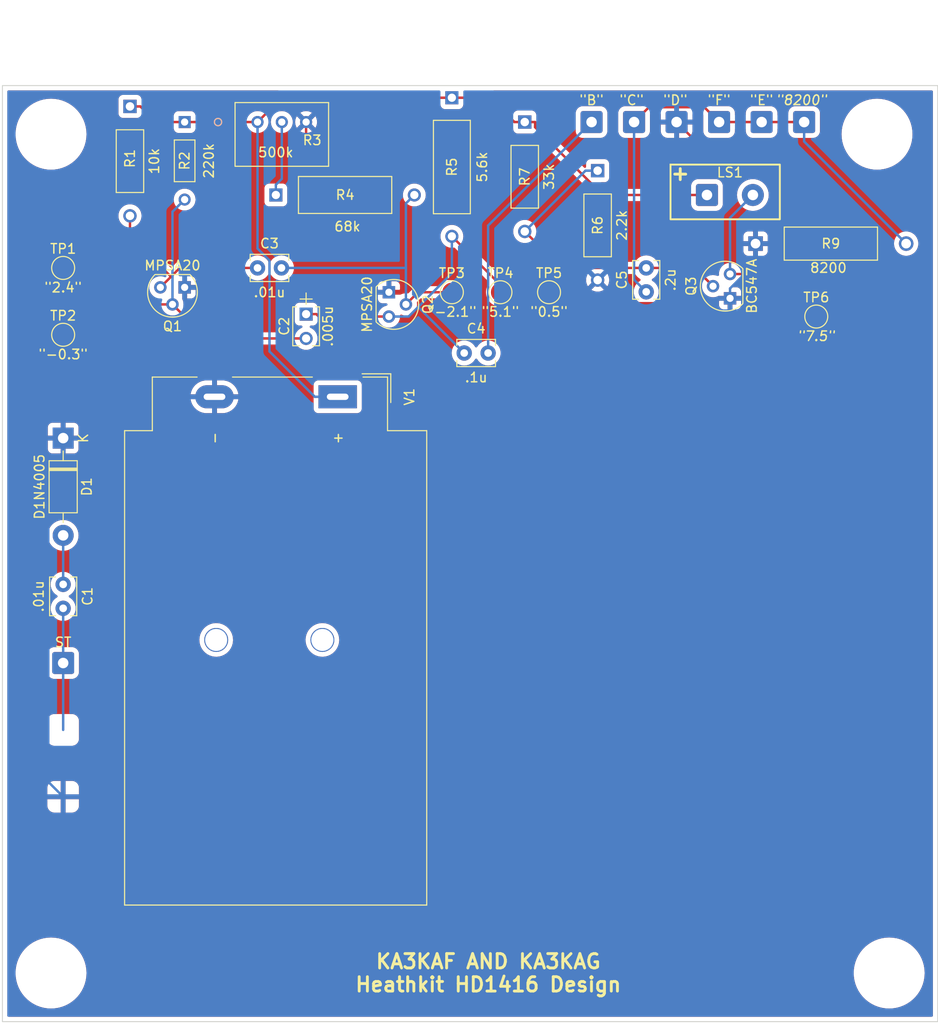
<source format=kicad_pcb>
(kicad_pcb (version 20240108) (generator "pcbnew") (generator_version "8.0")
  (title_block (title "HD1416 Morse Code Oscillator") (date "2022-05-08") (rev "0.1") (company "KA3KAF and KA3KAG") (comment 2 "Inspired by Heathkit"))
  (layers (0 "F.Cu" signal) (31 "B.Cu" signal) (34 "B.Paste" user) (36 "B.SilkS" user "B.Silkscreen") (37 "F.SilkS" user "F.Silkscreen") (38 "B.Mask" user) (39 "F.Mask" user) (44 "Edge.Cuts" user))
  (net 0 "")
  (net 1 "Net-(D1-A)")
  (net 2 "GND")
  (net 3 "/astable2")
  (net 4 "Net-(Q1-B)")
  (net 5 "/astable1")
  (net 6 "Net-(Q2-B)")
  (net 7 "Net-(H8-Pin_1)")
  (net 8 "Net-(H4-Pin_1)")
  (net 9 "Net-(Q3-B)")
  (net 10 "VCC")
  (net 11 "/speaker")
  (net 12 "Net-(R3-Pad2)")
  (net 13 "Net-(H3-Pin_1)")
  (footprint "TestPoint:TestPoint_Pad_D2.0mm" (layer "F.Cu") (at 43.18 111.125)
    (property "Reference" "TP2" (at 0 -1.998 0) (layer "F.SilkS"))
    (property "Value" "\"-0.3\"" (at 0 2.05 0) (layer "F.SilkS"))
    (fp_circle (center 0 0) (end 0 1.2) (stroke (width 0.12)) (fill none) (layer "F.SilkS"))
    (pad "1" smd circle (at 0 0) (size 2 2) (layers "F.Cu" "F.Mask") (net 4 "Net-(Q1-B)"))
  )
  (footprint "Capacitor_THT:C_Disc_D3.8mm_W2.6mm_P2.50mm" (layer "F.Cu") (at 63.5 104.14)
    (property "Reference" "C3" (at 1.25 -2.55 0) (layer "F.SilkS"))
    (property "Value" ".01u" (at 1.25 2.55 0) (layer "F.SilkS"))
    (fp_line (start -0.77 -1.42) (end -0.77 -0.795) (stroke (width 0.12)) (layer "F.SilkS"))
    (fp_line (start -0.77 -1.42) (end 3.27 -1.42) (stroke (width 0.12)) (layer "F.SilkS"))
    (fp_line (start -0.77 0.795) (end -0.77 1.42) (stroke (width 0.12)) (layer "F.SilkS"))
    (fp_line (start -0.77 1.42) (end 3.27 1.42) (stroke (width 0.12)) (layer "F.SilkS"))
    (fp_line (start 3.27 -1.42) (end 3.27 -0.795) (stroke (width 0.12)) (layer "F.SilkS"))
    (fp_line (start 3.27 0.795) (end 3.27 1.42) (stroke (width 0.12)) (layer "F.SilkS"))
    (pad "1" thru_hole circle (at 0 0) (size 1.6 1.6) (drill 0.8) (layers "*.Cu" "*.Mask") (net 5 "/astable1"))
    (pad "2" thru_hole circle (at 2.5 0) (size 1.6 1.6) (drill 0.8) (layers "*.Cu" "*.Mask") (net 6 "Net-(Q2-B)"))
  )
  (footprint "footprints:3299X-1-504LF" (layer "F.Cu") (at 63.5 88.9)
    (property "Reference" "R3" (at 5.715 1.905 0) (layer "F.SilkS"))
    (property "Value" "500k" (at 1.905 3.175 0) (layer "F.SilkS"))
    (fp_circle (center -4.1275 0) (end -3.7465 0) (stroke (width 0.12)) (fill none) (layer "B.SilkS"))
    (fp_line (start -2.3495 -2.032) (end -2.3495 4.6228) (stroke (width 0.12)) (layer "F.SilkS"))
    (fp_line (start -2.3495 4.6228) (end 7.4295 4.6228) (stroke (width 0.12)) (layer "F.SilkS"))
    (fp_line (start 7.4295 -2.032) (end -2.3495 -2.032) (stroke (width 0.12)) (layer "F.SilkS"))
    (fp_line (start 7.4295 4.6228) (end 7.4295 -2.032) (stroke (width 0.12)) (layer "F.SilkS"))
    (fp_circle (center -4.1275 0) (end -3.7465 0) (stroke (width 0.12)) (fill none) (layer "F.SilkS"))
    (pad "1" thru_hole circle (at 0 0) (size 1.27 1.27) (drill 0.762) (layers "*.Cu" "*.Mask") (net 10 "VCC"))
    (pad "2" thru_hole circle (at 2.54 0) (size 1.27 1.27) (drill 0.762) (layers "*.Cu" "*.Mask") (net 12 "Net-(R3-Pad2)"))
    (pad "3" thru_hole circle (at 5.08 0) (size 1.27 1.27) (drill 0.762) (layers "*.Cu" "*.Mask") (net 2 "GND"))
  )
  (footprint "TestPoint:TestPoint_Pad_D2.0mm" (layer "F.Cu") (at 93.98 106.68)
    (property "Reference" "TP5" (at 0 -1.998 0) (layer "F.SilkS"))
    (property "Value" "\"0.5\"" (at 0 2.05 0) (layer "F.SilkS"))
    (fp_circle (center 0 0) (end 0 1.2) (stroke (width 0.12)) (fill none) (layer "F.SilkS"))
    (pad "1" smd circle (at 0 0) (size 2 2) (layers "F.Cu" "F.Mask") (net 9 "Net-(Q3-B)"))
  )
  (footprint "footprints:CFM12JT10K0" (layer "F.Cu") (at 50.165 87.2682 -90)
    (property "Reference" "R1" (at 5.44175 0 90) (layer "F.SilkS"))
    (property "Value" "10k" (at 5.715 -2.54 90) (layer "F.SilkS"))
    (fp_line (start 2.4384 1.4351) (end 8.9916 1.4351) (stroke (width 0.12)) (layer "F.SilkS"))
    (fp_line (start 8.9916 1.4351) (end 8.9916 -1.4351) (stroke (width 0.12)) (layer "F.SilkS"))
    (fp_line (start 2.4384 -1.4351) (end 2.4384 1.4351) (stroke (width 0.12)) (layer "F.SilkS"))
    (fp_line (start 8.9916 -1.4351) (end 2.4384 -1.4351) (stroke (width 0.12)) (layer "F.SilkS"))
    (pad "1" thru_hole rect (at 0 0 270) (size 1.397 1.397) (drill 0.889) (layers "*.Cu" "*.Mask") (net 10 "VCC"))
    (pad "2" thru_hole circle (at 11.43 0 270) (size 1.397 1.397) (drill 0.889) (layers "*.Cu" "*.Mask") (net 5 "/astable1"))
  )
  (footprint "Connector_Wire:SolderWire-0.5sqmm_1x01_D0.9mm_OD2.3mm" (layer "F.Cu") (at 120.65 88.9)
    (property "Reference" "H3" (hide yes))
    (property "Value" "\"8200\"" (at -0.254 -2.286 0) (layer "F.SilkS") (effects (font (thickness 0.15) (italic yes))))
    (pad "1" thru_hole roundrect (at 0 0) (size 2.3 2.3) (drill 1.1) (layers "*.Cu" "*.Mask") (roundrect_rratio 0.108696) (net 13 "Net-(H3-Pin_1)"))
  )
  (footprint "footprints:CFM12JT33K0" (layer "F.Cu") (at 91.44 88.9 -90)
    (property "Reference" "R7" (at 5.715 0 90) (layer "F.SilkS"))
    (property "Value" "33k" (at 5.715 -2.54 90) (layer "F.SilkS"))
    (fp_line (start 2.4384 1.4351) (end 8.9916 1.4351) (stroke (width 0.12)) (layer "F.SilkS"))
    (fp_line (start 8.9916 1.4351) (end 8.9916 -1.4351) (stroke (width 0.12)) (layer "F.SilkS"))
    (fp_line (start 2.4384 -1.4351) (end 2.4384 1.4351) (stroke (width 0.12)) (layer "F.SilkS"))
    (fp_line (start 8.9916 -1.4351) (end 2.4384 -1.4351) (stroke (width 0.12)) (layer "F.SilkS"))
    (pad "1" thru_hole rect (at 0 0 270) (size 1.397 1.397) (drill 0.889) (layers "*.Cu" "*.Mask") (net 10 "VCC"))
    (pad "2" thru_hole circle (at 11.43 0 270) (size 1.397 1.397) (drill 0.889) (layers "*.Cu" "*.Mask") (net 9 "Net-(Q3-B)"))
  )
  (footprint "Connector_Wire:SolderWire-0.5sqmm_1x02_P4.8mm_D0.9mm_OD2.3mm" (layer "F.Cu") (at 110.49 96.52)
    (property "Reference" "LS1" (at 2.4 -2.35 0) (layer "F.SilkS"))
    (property "Value" "50")
    (pad "1" thru_hole roundrect (at 0 0) (size 2.3 2.3) (drill 1.1) (layers "*.Cu" "*.Mask") (roundrect_rratio 0.108696) (net 10 "VCC"))
    (pad "2" thru_hole circle (at 4.8 0) (size 2.3 2.3) (drill 1.1) (layers "*.Cu" "*.Mask") (net 11 "/speaker"))
  )
  (footprint "Package_TO_SOT_THT:TO-92" (layer "F.Cu") (at 77.745 106.68 -90)
    (property "Reference" "Q2" (at 1.27 -3.56 90) (layer "F.SilkS"))
    (property "Value" "MPSA20" (at 1.27 2.79 90) (layer "F.SilkS"))
    (fp_line (start -0.53 1.85) (end 3.07 1.85) (stroke (width 0.12)) (layer "F.SilkS"))
    (fp_arc (start -0.568478 1.838478) (mid -1.132087 -0.994977) (end 1.27 -2.6) (stroke (width 0.12)) (layer "F.SilkS"))
    (fp_arc (start 1.27 -2.6) (mid 3.672087 -0.994977) (end 3.108478 1.838478) (stroke (width 0.12)) (layer "F.SilkS"))
    (pad "1" thru_hole rect (at 0 0.508 270) (size 1.3 1.3) (drill 0.75) (layers "*.Cu" "*.Mask") (net 2 "GND"))
    (pad "2" thru_hole circle (at 1.27 -1.27 270) (size 1.3 1.3) (drill 0.75) (layers "*.Cu" "*.Mask") (net 6 "Net-(Q2-B)"))
    (pad "3" thru_hole circle (at 2.54 0.508 270) (size 1.3 1.3) (drill 0.75) (layers "*.Cu" "*.Mask") (net 3 "/astable2"))
  )
  (footprint "Connector_Wire:SolderWire-0.5sqmm_1x01_D0.9mm_OD2.3mm" (layer "F.Cu") (at 43.18 145.415)
    (property "Reference" "J2" (hide yes))
    (property "Value" "ST" (at 0 -2.159 0) (layer "F.SilkS"))
    (pad "1" thru_hole roundrect (at 0 0) (size 2.3 2.3) (drill 1.1) (layers "*.Cu" "*.Mask") (roundrect_rratio 0.108696) (net 1 "Net-(D1-A)"))
  )
  (footprint "TestPoint:TestPoint_Pad_D2.0mm" (layer "F.Cu") (at 88.9 106.68)
    (property "Reference" "TP4" (at 0 -1.998 0) (layer "F.SilkS"))
    (property "Value" "\"5.1\"" (at 0 2.05 0) (layer "F.SilkS"))
    (fp_circle (center 0 0) (end 0 1.2) (stroke (width 0.12)) (fill none) (layer "F.SilkS"))
    (pad "1" smd circle (at 0 0) (size 2 2) (layers "F.Cu" "F.Mask") (net 3 "/astable2"))
  )
  (footprint "Connector_Wire:SolderWire-0.5sqmm_1x01_D0.9mm_OD2.3mm" (layer "F.Cu") (at 102.87 88.9)
    (property "Reference" "H7" (hide yes))
    (property "Value" "\"C\"" (at -0.254 -2.286 0) (layer "F.SilkS"))
    (pad "1" thru_hole roundrect (at 0 0) (size 2.3 2.3) (drill 1.1) (layers "*.Cu" "*.Mask") (roundrect_rratio 0.108696) (net 8 "Net-(H4-Pin_1)"))
  )
  (footprint "TestPoint:TestPoint_Pad_D2.0mm" (layer "F.Cu") (at 121.92 109.22)
    (property "Reference" "TP6" (at 0 -1.998 0) (layer "F.SilkS"))
    (property "Value" "\"7.5\"" (at 0 2.05 0) (layer "F.SilkS") (effects (font (thickness 0.15) (italic yes))))
    (fp_circle (center 0 0) (end 0 1.2) (stroke (width 0.12)) (fill none) (layer "F.SilkS"))
    (pad "1" smd circle (at 0 0) (size 2 2) (layers "F.Cu" "F.Mask") (net 11 "/speaker"))
  )
  (footprint "TestPoint:TestPoint_Pad_D2.0mm" (layer "F.Cu") (at 43.18 104.14)
    (property "Reference" "TP1" (at 0 -1.998 0) (layer "F.SilkS"))
    (property "Value" "\"2.4\"" (at 0 2.05 0) (layer "F.SilkS"))
    (fp_circle (center 0 0) (end 0 1.2) (stroke (width 0.12)) (fill none) (layer "F.SilkS"))
    (pad "1" smd circle (at 0 0) (size 2 2) (layers "F.Cu" "F.Mask") (net 5 "/astable1"))
  )
  (footprint "Package_TO_SOT_THT:TO-92" (layer "F.Cu") (at 112.395 107.315 90)
    (property "Reference" "Q3" (at 1.27 -3.56 90) (layer "F.SilkS"))
    (property "Value" "BC547A" (at 1.27 2.79 90) (layer "F.SilkS"))
    (fp_line (start -0.53 1.85) (end 3.07 1.85) (stroke (width 0.12)) (layer "F.SilkS"))
    (fp_arc (start 1.27 -2.6) (mid 3.672087 -0.994977) (end 3.108478 1.838478) (stroke (width 0.12)) (layer "F.SilkS"))
    (fp_arc (start -0.568478 1.838478) (mid -1.132087 -0.994977) (end 1.27 -2.6) (stroke (width 0.12)) (layer "F.SilkS"))
    (pad "1" thru_hole rect (at 0 0.508 90) (size 1.3 1.3) (drill 0.75) (layers "*.Cu" "*.Mask") (net 2 "GND"))
    (pad "2" thru_hole circle (at 1.27 -1.27 90) (size 1.3 1.3) (drill 0.75) (layers "*.Cu" "*.Mask") (net 9 "Net-(Q3-B)"))
    (pad "3" thru_hole circle (at 2.54 0.508 90) (size 1.3 1.3) (drill 0.75) (layers "*.Cu" "*.Mask") (net 11 "/speaker"))
  )
  (footprint "Package_TO_SOT_THT:TO-92" (layer "F.Cu") (at 55.88 106.68 180)
    (property "Reference" "Q1" (at 1.27 -3.56 0) (layer "F.SilkS"))
    (property "Value" "MPSA20" (at 1.27 2.79 0) (layer "F.SilkS"))
    (fp_line (start -0.53 1.85) (end 3.07 1.85) (stroke (width 0.12)) (layer "F.SilkS"))
    (fp_arc (start 1.27 -2.6) (mid 3.672087 -0.994977) (end 3.108478 1.838478) (stroke (width 0.12)) (layer "F.SilkS"))
    (fp_arc (start -0.568478 1.838478) (mid -1.132087 -0.994977) (end 1.27 -2.6) (stroke (width 0.12)) (layer "F.SilkS"))
    (pad "1" thru_hole rect (at 0 0.508 180) (size 1.3 1.3) (drill 0.75) (layers "*.Cu" "*.Mask") (net 2 "GND"))
    (pad "2" thru_hole circle (at 1.27 -1.27 180) (size 1.3 1.3) (drill 0.75) (layers "*.Cu" "*.Mask") (net 4 "Net-(Q1-B)"))
    (pad "3" thru_hole circle (at 2.54 0.508 180) (size 1.3 1.3) (drill 0.75) (layers "*.Cu" "*.Mask") (net 5 "/astable1"))
  )
  (footprint "Connector_Wire:SolderWire-0.5sqmm_1x01_D0.9mm_OD2.3mm" (layer "F.Cu") (at 107.315 88.9)
    (property "Reference" "H6" (hide yes))
    (property "Value" "\"D\"" (at -0.127 -2.286 0) (layer "F.SilkS"))
    (pad "1" thru_hole roundrect (at 0 0) (size 2.3 2.3) (drill 1.1) (layers "*.Cu" "*.Mask") (roundrect_rratio 0.108696) (net 2 "GND"))
  )
  (footprint "footprints:BatteryHolder_MPD_BA9VPC_1xPP3 dem" (layer "F.Cu") (at 71.882 117.602 -90)
    (property "Reference" "V1" (at 0 -7.5 90) (layer "F.SilkS"))
    (property "Value" "9")
    (fp_line (start 3.54 22.28) (end 3.54 19.38) (stroke (width 0.12)) (layer "F.SilkS"))
    (fp_line (start 53.1 22.28) (end 3.54 22.28) (stroke (width 0.12)) (layer "F.SilkS"))
    (fp_line (start 53.1 22.28) (end 53.1 -9.31) (stroke (width 0.12)) (layer "F.SilkS"))
    (fp_line (start -2.06 19.38) (end -2.06 14.7) (stroke (width 0.12)) (layer "F.SilkS"))
    (fp_line (start 3.54 19.38) (end -2.06 19.38) (stroke (width 0.12)) (layer "F.SilkS"))
    (fp_line (start -2.06 2.65) (end -2.06 11) (stroke (width 0.12)) (layer "F.SilkS"))
    (fp_line (start -2.06 -5.21) (end -2.06 -2.65) (stroke (width 0.12)) (layer "F.SilkS"))
    (fp_line (start 3.54 -5.21) (end -2.06 -5.21) (stroke (width 0.12)) (layer "F.SilkS"))
    (fp_line (start -2.4 -5.55) (end -2.4 -2.55) (stroke (width 0.12)) (layer "F.SilkS"))
    (fp_line (start -2.4 -5.55) (end 0.6 -5.55) (stroke (width 0.12)) (layer "F.SilkS"))
    (fp_line (start 3.54 -9.31) (end 3.54 -5.21) (stroke (width 0.12)) (layer "F.SilkS"))
    (fp_line (start 53.1 -9.31) (end 3.54 -9.31) (stroke (width 0.12)) (layer "F.SilkS"))
    (fp_text user "-" (at 3.6 12.88 90) (layer "F.SilkS") (effects (justify right)))
    (fp_text user "+" (at 3.6 0 90) (layer "F.SilkS") (effects (justify right)))
    (pad "" np_thru_hole circle (at 25.4 1.6 270) (size 2.5 2.5) (drill 2.29) (layers "F&B.Cu" "*.Mask"))
    (pad "" np_thru_hole circle (at 25.4 12.7 270) (size 2.5 2.5) (drill 2.29) (layers "F&B.Cu" "*.Mask"))
    (pad "1" thru_hole rect (at 0 0 270) (size 2.41 4.02) (drill oval 0.66 2.27) (layers "*.Cu" "*.Mask") (net 10 "VCC"))
    (pad "2" thru_hole oval (at 0 12.88 270) (size 2.41 4.02) (drill oval 0.66 2.27) (layers "*.Cu" "*.Mask") (net 2 "GND"))
  )
  (footprint "Connector_Wire:SolderWire-0.5sqmm_1x01_D0.9mm_OD2.3mm" (layer "F.Cu") (at 116.205 88.9)
    (property "Reference" "H4" (hide yes))
    (property "Value" "\"E\"" (at 0 -2.286 0) (layer "F.SilkS"))
    (pad "1" thru_hole roundrect (at 0 0) (size 2.3 2.3) (drill 1.1) (layers "*.Cu" "*.Mask") (roundrect_rratio 0.108696) (net 8 "Net-(H4-Pin_1)"))
  )
  (footprint "Capacitor_THT:C_Disc_D3.8mm_W2.6mm_P2.50mm" (layer "F.Cu") (at 85.11 113.03)
    (property "Reference" "C4" (at 1.25 -2.55 0) (layer "F.SilkS"))
    (property "Value" ".1u" (at 1.25 2.55 0) (layer "F.SilkS"))
    (fp_line (start -0.77 -1.42) (end -0.77 -0.795) (stroke (width 0.12)) (layer "F.SilkS"))
    (fp_line (start -0.77 -1.42) (end 3.27 -1.42) (stroke (width 0.12)) (layer "F.SilkS"))
    (fp_line (start -0.77 0.795) (end -0.77 1.42) (stroke (width 0.12)) (layer "F.SilkS"))
    (fp_line (start -0.77 1.42) (end 3.27 1.42) (stroke (width 0.12)) (layer "F.SilkS"))
    (fp_line (start 3.27 -1.42) (end 3.27 -0.795) (stroke (width 0.12)) (layer "F.SilkS"))
    (fp_line (start 3.27 0.795) (end 3.27 1.42) (stroke (width 0.12)) (layer "F.SilkS"))
    (pad "1" thru_hole circle (at 0 0) (size 1.6 1.6) (drill 0.8) (layers "*.Cu" "*.Mask") (net 3 "/astable2"))
    (pad "2" thru_hole circle (at 2.5 0) (size 1.6 1.6) (drill 0.8) (layers "*.Cu" "*.Mask") (net 7 "Net-(H8-Pin_1)"))
  )
  (footprint "Connector_Wire:SolderWire-0.5sqmm_1x01_D0.9mm_OD2.3mm" (layer "F.Cu") (at 111.76 88.9)
    (property "Reference" "H5" (hide yes))
    (property "Value" "\"F\"" (at 0 -2.286 0) (layer "F.SilkS"))
    (pad "1" thru_hole roundrect (at 0 0) (size 2.3 2.3) (drill 1.1) (layers "*.Cu" "*.Mask") (roundrect_rratio 0.108696) (net 8 "Net-(H4-Pin_1)"))
  )
  (footprint "footprints:C315C103K5R5TA7303" (layer "F.Cu") (at 68.58 108.966 -90)
    (property "Reference" "C2" (at 1.27 2.286 -90) (layer "F.SilkS"))
    (property "Value" ".005u" (at 1.27 -2.286 -90) (layer "F.SilkS"))
    (fp_line (start -0.762 1.397) (end 3.302 1.397) (stroke (width 0.12)) (layer "F.SilkS"))
    (fp_line (start 3.302 1.397) (end 3.302 0.675855) (stroke (width 0.12)) (layer "F.SilkS"))
    (fp_line (start -0.762 1.009697) (end -0.762 1.397) (stroke (width 0.12)) (layer "F.SilkS"))
    (fp_line (start -2.2098 0) (end -1.01854 0) (stroke (width 0.12)) (layer "F.SilkS"))
    (fp_line (start -1.5748 -0.635) (end -1.5748 0.635) (stroke (width 0.12)) (layer "F.SilkS"))
    (fp_line (start 3.302 -0.675855) (end 3.302 -1.397) (stroke (width 0.12)) (layer "F.SilkS"))
    (fp_line (start -0.762 -1.397) (end -0.762 -1.009697) (stroke (width 0.12)) (layer "F.SilkS"))
    (fp_line (start 3.302 -1.397) (end -0.762 -1.397) (stroke (width 0.12)) (layer "F.SilkS"))
    (pad "1" thru_hole rect (at 0 0 270) (size 1.3716 1.3716) (drill 0.8636) (layers "*.Cu" "*.Mask") (net 3 "/astable2"))
    (pad "2" thru_hole circle (at 2.54 0 270) (size 1.3716 1.3716) (drill 0.8636) (layers "*.Cu" "*.Mask") (net 4 "Net-(Q1-B)"))
  )
  (footprint "Connector_Wire:SolderWire-0.5sqmm_1x01_D0.9mm_OD2.3mm" (layer "F.Cu") (at 98.425 88.9)
    (property "Reference" "H8" (hide yes))
    (property "Value" "\"B\"" (at 0 -2.286 0) (layer "F.SilkS"))
    (pad "1" thru_hole roundrect (at 0 0) (size 2.3 2.3) (drill 1.1) (layers "*.Cu" "*.Mask") (roundrect_rratio 0.108696) (net 7 "Net-(H8-Pin_1)"))
  )
  (footprint "Capacitor_THT:C_Disc_D3.8mm_W2.6mm_P2.50mm" (layer "F.Cu") (at 104.14 106.64 90)
    (property "Reference" "C5" (at 1.25 -2.55 90) (layer "F.SilkS"))
    (property "Value" ".2u" (at 1.25 2.55 90) (layer "F.SilkS"))
    (fp_line (start 3.27 -1.42) (end 3.27 -0.795) (stroke (width 0.12)) (layer "F.SilkS"))
    (fp_line (start -0.77 -1.42) (end 3.27 -1.42) (stroke (width 0.12)) (layer "F.SilkS"))
    (fp_line (start -0.77 -1.42) (end -0.77 -0.795) (stroke (width 0.12)) (layer "F.SilkS"))
    (fp_line (start 3.27 0.795) (end 3.27 1.42) (stroke (width 0.12)) (layer "F.SilkS"))
    (fp_line (start -0.77 0.795) (end -0.77 1.42) (stroke (width 0.12)) (layer "F.SilkS"))
    (fp_line (start -0.77 1.42) (end 3.27 1.42) (stroke (width 0.12)) (layer "F.SilkS"))
    (pad "1" thru_hole circle (at 0 0 90) (size 1.6 1.6) (drill 0.8) (layers "*.Cu" "*.Mask") (net 8 "Net-(H4-Pin_1)"))
    (pad "2" thru_hole circle (at 2.5 0 90) (size 1.6 1.6) (drill 0.8) (layers "*.Cu" "*.Mask") (net 9 "Net-(Q3-B)"))
  )
  (footprint "footprints:CFM12JT2K20" (layer "F.Cu") (at 99.06 93.98 -90)
    (property "Reference" "R6" (at 5.715 0 90) (layer "F.SilkS"))
    (property "Value" "2.2k" (at 5.715 -2.54 90) (layer "F.SilkS"))
    (fp_line (start 2.4384 1.4351) (end 8.9916 1.4351) (stroke (width 0.12)) (layer "F.SilkS"))
    (fp_line (start 8.9916 1.4351) (end 8.9916 -1.4351) (stroke (width 0.12)) (layer "F.SilkS"))
    (fp_line (start 2.4384 -1.4351) (end 2.4384 1.4351) (stroke (width 0.12)) (layer "F.SilkS"))
    (fp_line (start 8.9916 -1.4351) (end 2.4384 -1.4351) (stroke (width 0.12)) (layer "F.SilkS"))
    (pad "1" thru_hole rect (at 0 0 270) (size 1.397 1.397) (drill 0.889) (layers "*.Cu" "*.Mask") (net 9 "Net-(Q3-B)"))
    (pad "2" thru_hole circle (at 11.43 0 270) (size 1.397 1.397) (drill 0.889) (layers "*.Cu" "*.Mask") (net 2 "GND"))
  )
  (footprint "footprints:CFR-50JB-52-68K" (layer "F.Cu") (at 65.4179 96.52)
    (property "Reference" "R4" (at 7.239 0 0) (layer "F.SilkS"))
    (property "Value" "68k" (at 7.4801 3.302 0) (layer "F.SilkS"))
    (fp_line (start 2.3622 -1.9304) (end 2.3622 1.9304) (stroke (width 0.12)) (layer "F.SilkS"))
    (fp_line (start 2.3622 1.9304) (end 12.1158 1.9304) (stroke (width 0.12)) (layer "F.SilkS"))
    (fp_line (start 12.1158 -1.9304) (end 2.3622 -1.9304) (stroke (width 0.12)) (layer "F.SilkS"))
    (fp_line (start 12.1158 1.9304) (end 12.1158 -1.9304) (stroke (width 0.12)) (layer "F.SilkS"))
    (pad "1" thru_hole rect (at 0 0) (size 1.3716 1.3716) (drill 0.8636) (layers "*.Cu" "*.Mask") (net 12 "Net-(R3-Pad2)"))
    (pad "2" thru_hole circle (at 14.478 0) (size 1.3716 1.3716) (drill 0.8636) (layers "*.Cu" "*.Mask") (net 6 "Net-(Q2-B)"))
  )
  (footprint "Capacitor_THT:C_Disc_D3.8mm_W2.6mm_P2.50mm" (layer "F.Cu") (at 43.18 137.2 -90)
    (property "Reference" "C1" (at 1.25 -2.55 90) (layer "F.SilkS"))
    (property "Value" ".01u" (at 1.25 2.55 90) (layer "F.SilkS"))
    (fp_line (start -0.77 1.42) (end 3.27 1.42) (stroke (width 0.12)) (layer "F.SilkS"))
    (fp_line (start -0.77 0.795) (end -0.77 1.42) (stroke (width 0.12)) (layer "F.SilkS"))
    (fp_line (start 3.27 0.795) (end 3.27 1.42) (stroke (width 0.12)) (layer "F.SilkS"))
    (fp_line (start -0.77 -1.42) (end -0.77 -0.795) (stroke (width 0.12)) (layer "F.SilkS"))
    (fp_line (start -0.77 -1.42) (end 3.27 -1.42) (stroke (width 0.12)) (layer "F.SilkS"))
    (fp_line (start 3.27 -1.42) (end 3.27 -0.795) (stroke (width 0.12)) (layer "F.SilkS"))
    (pad "1" thru_hole circle (at 0 0 270) (size 1.6 1.6) (drill 0.8) (layers "*.Cu" "*.Mask") (net 2 "GND"))
    (pad "2" thru_hole circle (at 2.5 0 270) (size 1.6 1.6) (drill 0.8) (layers "*.Cu" "*.Mask") (net 1 "Net-(D1-A)"))
  )
  (footprint "Diode_THT:D_DO-41_SOD81_P10.16mm_Horizontal" (layer "F.Cu") (at 43.18 121.92 -90)
    (property "Reference" "D1" (at 5.08 -2.47 90) (layer "F.SilkS"))
    (property "Value" "D1N4005" (at 5.08 2.47 90) (layer "F.SilkS"))
    (fp_line (start 2.36 1.47) (end 7.8 1.47) (stroke (width 0.12)) (layer "F.SilkS"))
    (fp_line (start 7.8 1.47) (end 7.8 -1.47) (stroke (width 0.12)) (layer "F.SilkS"))
    (fp_line (start 1.34 0) (end 2.36 0) (stroke (width 0.12)) (layer "F.SilkS"))
    (fp_line (start 8.82 0) (end 7.8 0) (stroke (width 0.12)) (layer "F.SilkS"))
    (fp_line (start 2.36 -1.47) (end 2.36 1.47) (stroke (width 0.12)) (layer "F.SilkS"))
    (fp_line (start 3.14 -1.47) (end 3.14 1.47) (stroke (width 0.12)) (layer "F.SilkS"))
    (fp_line (start 3.26 -1.47) (end 3.26 1.47) (stroke (width 0.12)) (layer "F.SilkS"))
    (fp_line (start 3.38 -1.47) (end 3.38 1.47) (stroke (width 0.12)) (layer "F.SilkS"))
    (fp_line (start 7.8 -1.47) (end 2.36 -1.47) (stroke (width 0.12)) (layer "F.SilkS"))
    (fp_text user "K" (at 0 -2.1 90) (layer "F.SilkS"))
    (pad "1" thru_hole rect (at 0 0 270) (size 2.2 2.2) (drill 1.1) (layers "*.Cu" "*.Mask") (net 2 "GND"))
    (pad "2" thru_hole oval (at 10.16 0 270) (size 2.2 2.2) (drill 1.1) (layers "*.Cu" "*.Mask") (net 1 "Net-(D1-A)"))
  )
  (footprint "footprints:SFR16S0002203FR500" (layer "F.Cu") (at 55.88 88.9 -90)
    (property "Reference" "R2" (at 4.05 0 90) (layer "F.SilkS"))
    (property "Value" "220k" (at 4.049999 -2.54 90) (layer "F.SilkS"))
    (fp_line (start 1.873 1.077) (end 6.226999 1.077) (stroke (width 0.12)) (layer "F.SilkS"))
    (fp_line (start 6.226999 1.077) (end 6.226999 -1.077) (stroke (width 0.12)) (layer "F.SilkS"))
    (fp_line (start 1.873 -1.077) (end 1.873 1.077) (stroke (width 0.12)) (layer "F.SilkS"))
    (fp_line (start 6.226999 -1.077) (end 1.873 -1.077) (stroke (width 0.12)) (layer "F.SilkS"))
    (pad "1" thru_hole rect (at 0 0 270) (size 1.262 1.262) (drill 0.762) (layers "*.Cu" "*.Mask") (net 10 "VCC"))
    (pad "2" thru_hole circle (at 8.099999 0 270) (size 1.262 1.262) (drill 0.762) (layers "*.Cu" "*.Mask") (net 4 "Net-(Q1-B)"))
  )
  (footprint "TestPoint:TestPoint_Pad_D2.0mm" (layer "F.Cu") (at 83.82 106.68)
    (property "Reference" "TP3" (at 0 -1.998 0) (layer "F.SilkS"))
    (property "Value" "\"-2.1\"" (at 0 2.05 0) (layer "F.SilkS"))
    (fp_circle (center 0 0) (end 0 1.2) (stroke (width 0.12)) (fill none) (layer "F.SilkS"))
    (pad "1" smd circle (at 0 0) (size 2 2) (layers "F.Cu" "F.Mask") (net 6 "Net-(Q2-B)"))
  )
  (footprint "footprints:CF12JT8K20" (layer "F.Cu") (at 115.57 101.6)
    (property "Reference" "R9" (at 7.874 0 0) (layer "F.SilkS"))
    (property "Value" "8200" (at 7.62 2.54 0) (layer "F.SilkS"))
    (fp_line (start 2.9972 -1.7272) (end 2.9972 1.7272) (stroke (width 0.12)) (layer "F.SilkS"))
    (fp_line (start 2.9972 1.7272) (end 12.7508 1.7272) (stroke (width 0.12)) (layer "F.SilkS"))
    (fp_line (start 12.7508 -1.7272) (end 2.9972 -1.7272) (stroke (width 0.12)) (layer "F.SilkS"))
    (fp_line (start 12.7508 1.7272) (end 12.7508 -1.7272) (stroke (width 0.12)) (layer "F.SilkS"))
    (pad "1" thru_hole rect (at 0 0) (size 1.524 1.524) (drill 1.016) (layers "*.Cu" "*.Mask") (net 2 "GND"))
    (pad "2" thru_hole circle (at 15.748 0) (size 1.524 1.524) (drill 1.016) (layers "*.Cu" "*.Mask") (net 13 "Net-(H3-Pin_1)"))
  )
  (footprint "footprints:CFR-50JB-52-5K6" (layer "F.Cu") (at 83.82 86.36 -90)
    (property "Reference" "R5" (at 7.239 0 90) (layer "F.SilkS"))
    (property "Value" "5.6k" (at 7.239 -3.175 90) (layer "F.SilkS"))
    (fp_line (start 2.3622 1.9304) (end 12.1158 1.9304) (stroke (width 0.12)) (layer "F.SilkS"))
    (fp_line (start 12.1158 1.9304) (end 12.1158 -1.9304) (stroke (width 0.12)) (layer "F.SilkS"))
    (fp_line (start 2.3622 -1.9304) (end 2.3622 1.9304) (stroke (width 0.12)) (layer "F.SilkS"))
    (fp_line (start 12.1158 -1.9304) (end 2.3622 -1.9304) (stroke (width 0.12)) (layer "F.SilkS"))
    (pad "1" thru_hole rect (at 0 0 270) (size 1.3716 1.3716) (drill 0.8636) (layers "*.Cu" "*.Mask") (net 10 "VCC"))
    (pad "2" thru_hole circle (at 14.478 0 270) (size 1.3716 1.3716) (drill 0.8636) (layers "*.Cu" "*.Mask") (net 3 "/astable2"))
  )
  (gr_rect (start 106.68 93.345) (end 118.11 99.06) (stroke (width 0.2)) (fill none) (layer "F.SilkS"))
  (gr_rect (start 36.83 85.09) (end 134.62 182.88) (stroke (width 0.1)) (fill none) (layer "Edge.Cuts"))
  (gr_text "+" (at 107.696 94.234 0) (layer "F.SilkS") (effects (font (size 1.5 1.5) (thickness 0.3))))
  (gr_text "KA3KAF AND KA3KAG\nHeathkit HD1416 Design" (at 87.63 177.8 0) (layer "F.SilkS") (effects (font (size 1.5 1.5) (thickness 0.3))))
  (segment (start 102.87 88.9) (end 104.4219 87.3481) (width 0.254) (layer "F.Cu") (net 0))
  (segment (start 120.65 88.9) (end 116.205 88.9) (width 0.254) (layer "F.Cu") (net 0))
  (segment (start 104.4219 87.3481) (end 110.2081 87.3481) (width 0.254) (layer "F.Cu") (net 0))
  (segment (start 110.2081 87.3481) (end 111.76 88.9) (width 0.254) (layer "F.Cu") (net 0))
  (segment (start 116.205 88.9) (end 111.76 88.9) (width 0.254) (layer "F.Cu") (net 0))
  (segment (start 102.87 105.37) (end 104.14 106.64) (width 0.254) (layer "B.Cu") (net 0))
  (segment (start 102.87 88.9) (end 102.87 105.37) (width 0.254) (layer "B.Cu") (net 0))
  (segment (start 131.318 101.6) (end 120.65 90.932) (width 0.254) (layer "B.Cu") (net 0))
  (segment (start 120.65 90.932) (end 120.65 88.9) (width 0.254) (layer "B.Cu") (net 0))
  (segment (start 43.18 152.4) (end 43.18 145.415) (width 0.254) (layer "B.Cu") (net 1))
  (segment (start 43.18 139.7) (end 43.18 145.415) (width 0.254) (layer "B.Cu") (net 1))
  (segment (start 87.4006 108.141) (end 84.5417 105.2821) (width 0.254) (layer "F.Cu") (net 2))
  (segment (start 99.06 105.41) (end 96.329 108.141) (width 0.254) (layer "F.Cu") (net 2))
  (segment (start 55.88 106.172) (end 68.58 106.172) (width 0.254) (layer "F.Cu") (net 2))
  (segment (start 77.237 106.68) (end 78.2683 106.68) (width 0.254) (layer "F.Cu") (net 2))
  (segment (start 113.1543 94.7393) (end 113.1543 98.041) (width 0.254) (layer "F.Cu") (net 2))
  (segment (start 113.1543 98.041) (end 115.57 100.4567) (width 0.254) (layer "F.Cu") (net 2))
  (segment (start 75.6977 106.172) (end 76.2057 106.68) (width 0.254) (layer "F.Cu") (net 2))
  (segment (start 101.4743 107.8243) (end 111.3624 107.8243) (width 0.254) (layer "F.Cu") (net 2))
  (segment (start 68.58 106.172) (end 68.58 88.9) (width 0.254) (layer "F.Cu") (net 2))
  (segment (start 107.315 88.9) (end 113.1543 94.7393) (width 0.254) (layer "F.Cu") (net 2))
  (segment (start 115.57 101.6) (end 115.57 100.4567) (width 0.254) (layer "F.Cu") (net 2))
  (segment (start 68.58 106.172) (end 75.6977 106.172) (width 0.254) (layer "F.Cu") (net 2))
  (segment (start 111.3624 107.8243) (end 111.8717 107.315) (width 0.254) (layer "F.Cu") (net 2))
  (segment (start 84.5417 105.2821) (end 79.6662 105.2821) (width 0.254) (layer "F.Cu") (net 2))
  (segment (start 77.237 106.68) (end 76.2057 106.68) (width 0.254) (layer "F.Cu") (net 2))
  (segment (start 99.06 105.41) (end 101.4743 107.8243) (width 0.254) (layer "F.Cu") (net 2))
  (segment (start 79.6662 105.2821) (end 78.2683 106.68) (width 0.254) (layer "F.Cu") (net 2))
  (segment (start 96.329 108.141) (end 87.4006 108.141) (width 0.254) (layer "F.Cu") (net 2))
  (segment (start 112.903 107.315) (end 111.8717 107.315) (width 0.254) (layer "F.Cu") (net 2))
  (segment (start 43.18 121.92) (end 43.18 123.4013) (width 0.254) (layer "B.Cu") (net 2))
  (segment (start 48.9793 117.602) (end 44.6613 121.92) (width 0.254) (layer "B.Cu") (net 2))
  (segment (start 41.6215 157.8265) (end 43.18 159.385) (width 0.254) (layer "B.Cu") (net 2))
  (segment (start 55.88 117.602) (end 55.88 107.2033) (width 0.254) (layer "B.Cu") (net 2))
  (segment (start 115.57 103.6167) (end 112.903 106.2837) (width 0.254) (layer "B.Cu") (net 2))
  (segment (start 55.88 117.602) (end 48.9793 117.602) (width 0.254) (layer "B.Cu") (net 2))
  (segment (start 43.18 132.08) (end 43.18 137.2) (width 0.254) (layer "B.Cu") (net 2))
  (segment (start 115.57 101.6) (end 115.57 103.6167) (width 0.254) (layer "B.Cu") (net 2))
  (segment (start 43.18 121.92) (end 44.6613 121.92) (width 0.254) (layer "B.Cu") (net 2))
  (segment (start 41.6215 124.9598) (end 41.6215 157.8265) (width 0.254) (layer "B.Cu") (net 2))
  (segment (start 55.88 106.172) (end 55.88 107.2033) (width 0.254) (layer "B.Cu") (net 2))
  (segment (start 43.18 123.4013) (end 41.6215 124.9598) (width 0.254) (layer "B.Cu") (net 2))
  (segment (start 112.903 107.315) (end 112.903 106.2837) (width 0.254) (layer "B.Cu") (net 2))
  (segment (start 59.002 117.602) (end 57.8064 117.602) (width 0.254) (layer "B.Cu") (net 2))
  (segment (start 57.8064 117.602) (end 55.88 117.602) (width 0.254) (layer "B.Cu") (net 2))
  (segment (start 83.82 100.838) (end 88.9 105.918) (width 0.254) (layer "F.Cu") (net 3))
  (segment (start 77.237 109.22) (end 69.9011 109.22) (width 0.254) (layer "F.Cu") (net 3))
  (segment (start 68.58 108.966) (end 69.6471 108.966) (width 0.254) (layer "F.Cu") (net 3))
  (segment (start 69.9011 109.22) (end 69.6471 108.966) (width 0.254) (layer "F.Cu") (net 3))
  (segment (start 88.9 105.918) (end 88.9 106.68) (width 0.254) (layer "F.Cu") (net 3))
  (segment (start 79.2992 109.22) (end 77.237 109.22) (width 0.254) (layer "B.Cu") (net 3))
  (segment (start 80.2996 108.2196) (end 85.11 113.03) (width 0.254) (layer "B.Cu") (net 3))
  (segment (start 83.82 100.838) (end 83.82 104.6992) (width 0.254) (layer "B.Cu") (net 3))
  (segment (start 83.82 104.6992) (end 80.2996 108.2196) (width 0.254) (layer "B.Cu") (net 3))
  (segment (start 80.2996 108.2196) (end 79.2992 109.22) (width 0.254) (layer "B.Cu") (net 3))
  (segment (start 68.58 111.506) (end 58.166 111.506) (width 0.254) (layer "F.Cu") (net 4))
  (segment (start 54.61 107.95) (end 46.355 107.95) (width 0.254) (layer "F.Cu") (net 4))
  (segment (start 46.355 107.95) (end 43.18 111.125) (width 0.254) (layer "F.Cu") (net 4))
  (segment (start 58.166 111.506) (end 54.61 107.95) (width 0.254) (layer "F.Cu") (net 4))
  (segment (start 54.61 98.27) (end 54.61 107.95) (width 0.254) (layer "B.Cu") (net 4))
  (segment (start 55.88 97) (end 54.61 98.27) (width 0.254) (layer "B.Cu") (net 4))
  (segment (start 50.165 100.7669) (end 46.5531 100.7669) (width 0.254) (layer "F.Cu") (net 5))
  (segment (start 63.5 104.14) (end 55.372 104.14) (width 0.254) (layer "F.Cu") (net 5))
  (segment (start 54.4551 105.0569) (end 53.34 106.172) (width 0.254) (layer "F.Cu") (net 5))
  (segment (start 54.4551 105.0569) (end 50.165 100.7669) (width 0.254) (layer "F.Cu") (net 5))
  (segment (start 46.5531 100.7669) (end 43.18 104.14) (width 0.254) (layer "F.Cu") (net 5))
  (segment (start 50.165 100.7669) (end 50.165 98.6982) (width 0.254) (layer "F.Cu") (net 5))
  (segment (start 55.372 104.14) (end 54.4551 105.0569) (width 0.254) (layer "F.Cu") (net 5))
  (segment (start 79.015 107.95) (end 80.285 106.68) (width 0.254) (layer "F.Cu") (net 6))
  (segment (start 80.285 106.68) (end 83.82 106.68) (width 0.254) (layer "F.Cu") (net 6))
  (segment (start 79.015 104.14) (end 66 104.14) (width 0.254) (layer "B.Cu") (net 6))
  (segment (start 79.015 97.4009) (end 79.015 104.14) (width 0.254) (layer "B.Cu") (net 6))
  (segment (start 79.8959 96.52) (end 79.015 97.4009) (width 0.254) (layer "B.Cu") (net 6))
  (segment (start 79.015 104.14) (end 79.015 107.95) (width 0.254) (layer "B.Cu") (net 6))
  (segment (start 98.425 88.9) (end 87.61 99.715) (width 0.254) (layer "B.Cu") (net 7))
  (segment (start 87.61 99.715) (end 87.61 113.03) (width 0.254) (layer "B.Cu") (net 7))
  (segment (start 109.22 104.14) (end 104.14 104.14) (width 0.254) (layer "F.Cu") (net 9))
  (segment (start 111.125 106.045) (end 109.22 104.14) (width 0.254) (layer "F.Cu") (net 9))
  (segment (start 93.98 104.14) (end 93.98 106.68) (width 0.254) (layer "F.Cu") (net 9))
  (segment (start 93.98 102.87) (end 93.98 104.14) (width 0.254) (layer "F.Cu") (net 9))
  (segment (start 91.44 100.33) (end 93.98 102.87) (width 0.254) (layer "F.Cu") (net 9))
  (segment (start 104.14 104.14) (end 93.98 104.14) (width 0.254) (layer "F.Cu") (net 9))
  (segment (start 97.79 93.98) (end 91.44 100.33) (width 0.254) (layer "B.Cu") (net 9))
  (segment (start 99.06 93.98) (end 97.79 93.98) (width 0.254) (layer "B.Cu") (net 9))
  (segment (start 51.2448 87.2682) (end 52.8766 88.9) (width 0.254) (layer "F.Cu") (net 10))
  (segment (start 83.82 86.36) (end 87.8202 86.36) (width 0.254) (layer "F.Cu") (net 10))
  (segment (start 99.5999 96.52) (end 92.5198 89.4399) (width 0.254) (layer "F.Cu") (net 10))
  (segment (start 87.8202 86.36) (end 90.3602 88.9) (width 0.254) (layer "F.Cu") (net 10))
  (segment (start 55.88 88.9) (end 56.8923 88.9) (width 0.254) (layer "F.Cu") (net 10))
  (segment (start 50.165 87.2682) (end 51.2448 87.2682) (width 0.254) (layer "F.Cu") (net 10))
  (segment (start 83.82 86.36) (end 66.04 86.36) (width 0.254) (layer "F.Cu") (net 10))
  (segment (start 66.04 86.36) (end 63.5 88.9) (width 0.254) (layer "F.Cu") (net 10))
  (segment (start 52.8766 88.9) (end 55.88 88.9) (width 0.254) (layer "F.Cu") (net 10))
  (segment (start 91.44 88.9) (end 92.5198 88.9) (width 0.254) (layer "F.Cu") (net 10))
  (segment (start 91.44 88.9) (end 90.3602 88.9) (width 0.254) (layer "F.Cu") (net 10))
  (segment (start 110.49 96.52) (end 99.5999 96.52) (width 0.254) (layer "F.Cu") (net 10))
  (segment (start 63.5 88.9) (end 56.8923 88.9) (width 0.254) (layer "F.Cu") (net 10))
  (segment (start 92.5198 89.4399) (end 92.5198 88.9) (width 0.254) (layer "F.Cu") (net 10))
  (segment (start 69.4907 117.602) (end 64.75 112.8613) (width 0.254) (layer "B.Cu") (net 10))
  (segment (start 64.75 112.8613) (end 64.75 103.3579) (width 0.254) (layer "B.Cu") (net 10))
  (segment (start 71.882 117.602) (end 69.4907 117.602) (width 0.254) (layer "B.Cu") (net 10))
  (segment (start 64.75 103.3579) (end 63.5 102.1079) (width 0.254) (layer "B.Cu") (net 10))
  (segment (start 63.5 102.1079) (end 63.5 88.9) (width 0.254) (layer "B.Cu") (net 10))
  (segment (start 112.903 104.775) (end 117.475 104.775) (width 0.254) (layer "F.Cu") (net 11))
  (segment (start 117.475 104.775) (end 121.92 109.22) (width 0.254) (layer "F.Cu") (net 11))
  (segment (start 112.903 98.907) (end 115.29 96.52) (width 0.254) (layer "B.Cu") (net 11))
  (segment (start 112.903 104.775) (end 112.903 98.907) (width 0.254) (layer "B.Cu") (net 11))
  (segment (start 65.4179 96.52) (end 65.4179 95.4529) (width 0.254) (layer "B.Cu") (net 12))
  (segment (start 66.04 94.8308) (end 66.04 88.9) (width 0.254) (layer "B.Cu") (net 12))
  (segment (start 65.4179 95.4529) (end 66.04 94.8308) (width 0.254) (layer "B.Cu") (net 12))
  (zone (net 2) (net_name "GND") (layer "F.Cu") (connect_pads (clearance 0.508)) (min_thickness 0.254) (fill yes (thermal_gap 0.508) (thermal_bridge_width 0.508))
    (polygon (pts (xy 134.62 183.134) (xy 36.83 183.134) (xy 36.576 85.09) (xy 36.83 84.836) (xy 134.62 84.836)))
  )
  (zone (net 2) (net_name "GND") (layer "B.Cu") (connect_pads (clearance 0.508)) (min_thickness 0.254) (fill yes (thermal_gap 0.508) (thermal_bridge_width 0.508))
    (polygon (pts (xy 134.62 182.88) (xy 36.83 183.134) (xy 36.83 85.09) (xy 134.62 85.09)))
  )
)
</source>
